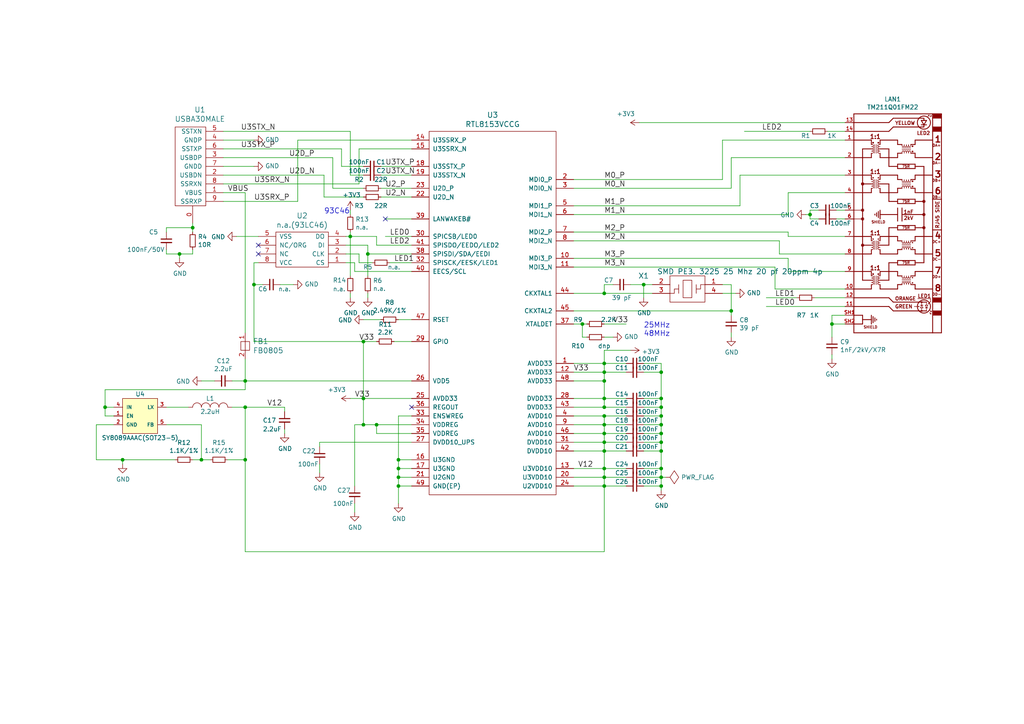
<source format=kicad_sch>
(kicad_sch (version 20230121) (generator eeschema)
  (paper "A4")
  (title_block (title "USB-GIGABIT") (date "2019-06-26") (rev "B") (company "Olimex Ltd"))
  (lib_symbols
    (symbol "USB-GIGABIT_Rev_C:+3.3V" (power) (pin_names (offset 0))
      (property "Value" "+3.3V" (at 0 3.556 0))
      (symbol "+3.3V_1_1"
        (pin power_in line (at 0 0 90) (length 0) hide (name "+3V3") (number "1"))
      )
    )
    (symbol "USB-GIGABIT_Rev_C:93LC46" (pin_names (offset 1.016))
      (property "Reference" "U" (at -1.27 6.35 0))
      (property "Value" "93LC46" (at -1.27 -6.35 0))
      (symbol "93LC46_1_1"
        (pin input line (at -12.7 3.81 0) (length 5.08) (name "CS") (number "1"))
        (pin input line (at -12.7 1.27 0) (length 5.08) (name "CLK") (number "2"))
        (pin input line (at -12.7 -1.27 0) (length 5.08) (name "DI") (number "3"))
        (pin output line (at -12.7 -3.81 0) (length 5.08) (name "DO") (number "4"))
        (pin power_in line (at 12.7 -3.81 180) (length 5.08) (name "VSS") (number "5"))
        (pin input line (at 12.7 -1.27 180) (length 5.08) (name "NC/ORG") (number "6"))
        (pin input line (at 12.7 1.27 180) (length 5.08) (name "NC") (number "7"))
        (pin power_in line (at 12.7 3.81 180) (length 5.08) (name "VCC") (number "8"))
      )
    )
    (symbol "USB-GIGABIT_Rev_C:CRYSTAL_4P" (pin_names (offset 1.016))
      (property "Reference" "X" (at 0 6.35 0))
      (property "Value" "CRYSTAL_4P" (at 0 -5.08 0))
      (symbol "CRYSTAL_4P_1_1"
        (pin input line (at -10.16 -1.27 0) (length 5.08) (name "~") (number "1"))
        (pin passive line (at 10.16 -1.27 180) (length 5.08) (name "~") (number "2"))
        (pin bidirectional line (at 10.16 1.27 180) (length 5.08) (name "~") (number "3"))
        (pin passive line (at -10.16 1.27 0) (length 5.08) (name "~") (number "4"))
      )
    )
    (symbol "USB-GIGABIT_Rev_C:C_Small" (pin_numbers hide) (pin_names (offset 0.254) hide)
      (property "Reference" "C" (at 0.254 1.778 0))
      (property "Value" "C_Small" (at 0.254 -2.032 0))
      (symbol "C_Small_1_1"
        (pin passive line (at 0 2.54 270) (length 1.905) (name "~") (number "1"))
        (pin passive line (at 0 -2.54 90) (length 2.032) (name "~") (number "2"))
      )
    )
    (symbol "USB-GIGABIT_Rev_C:FB0805" (pin_names (offset 1.016))
      (property "Reference" "FB" (at 0 2.54 0))
      (property "Value" "FB0805" (at 0 -2.54 0))
      (symbol "FB0805_1_1"
        (pin power_in line (at -3.81 0 0) (length 2.54) (name "~") (number "1"))
        (pin power_out line (at 3.81 0 180) (length 2.54) (name "~") (number "2"))
      )
    )
    (symbol "USB-GIGABIT_Rev_C:GND" (power) (pin_names (offset 0))
      (property "Value" "GND" (at 0 -3.81 0))
      (symbol "GND_1_1"
        (pin power_in line (at 0 0 270) (length 0) hide (name "GND") (number "1"))
      )
    )
    (symbol "USB-GIGABIT_Rev_C:INDUCTOR_SMALL" (pin_numbers hide) (pin_names (offset 0) hide)
      (property "Reference" "L" (at 0 2.54 0))
      (property "Value" "INDUCTOR_SMALL" (at 0 -1.27 0))
      (symbol "INDUCTOR_SMALL_1_1"
        (pin input line (at -6.35 0 0) (length 1.27) (name "1") (number "1"))
        (pin input line (at 6.35 0 180) (length 1.27) (name "2") (number "2"))
      )
    )
    (symbol "USB-GIGABIT_Rev_C:PWR_FLAG" (power) (pin_numbers hide) (pin_names (offset 0) hide)
      (property "Value" "PWR_FLAG" (at 0 4.572 0))
      (symbol "PWR_FLAG_0_0"
        (pin power_out line (at 0 0 90) (length 0) (name "pwr") (number "1"))
      )
    )
    (symbol "USB-GIGABIT_Rev_C:RTL8153VCCG" (pin_names (offset 1.016))
      (property "Reference" "U" (at -2.54 58.42 0))
      (property "Value" "RTL8153VCCG" (at 0 -55.88 0))
      (symbol "RTL8153VCCG_1_1"
        (pin power_in line (at 22.86 -13.97 180) (length 5.08) (name "AVDD33") (number "1"))
        (pin bidirectional line (at 22.86 16.51 180) (length 5.08) (name "MDI3_P") (number "10"))
        (pin bidirectional line (at 22.86 13.97 180) (length 5.08) (name "MDI3_N") (number "11"))
        (pin power_in line (at 22.86 -16.51 180) (length 5.08) (name "AVDD33") (number "12"))
        (pin power_in line (at 22.86 -44.45 180) (length 5.08) (name "U3VDD10") (number "13"))
        (pin input line (at -24.13 50.8 0) (length 5.08) (name "U3SSRX_P") (number "14"))
        (pin input line (at -24.13 48.26 0) (length 5.08) (name "U3SSRX_N") (number "15"))
        (pin power_in line (at -24.13 -41.91 0) (length 5.08) (name "U3GND") (number "16"))
        (pin power_in line (at -24.13 -44.45 0) (length 5.08) (name "U3GND") (number "17"))
        (pin output line (at -24.13 43.18 0) (length 5.08) (name "U3SSTX_P") (number "18"))
        (pin output line (at -24.13 40.64 0) (length 5.08) (name "U3SSTX_N") (number "19"))
        (pin bidirectional line (at 22.86 39.37 180) (length 5.08) (name "MDI0_P") (number "2"))
        (pin power_in line (at 22.86 -46.99 180) (length 5.08) (name "U3VDD10") (number "20"))
        (pin power_in line (at -24.13 -46.99 0) (length 5.08) (name "U2GND") (number "21"))
        (pin bidirectional line (at -24.13 34.29 0) (length 5.08) (name "U2D_N") (number "22"))
        (pin bidirectional line (at -24.13 36.83 0) (length 5.08) (name "U2D_P") (number "23"))
        (pin power_in line (at 22.86 -49.53 180) (length 5.08) (name "U2VDD10") (number "24"))
        (pin power_out line (at -24.13 -24.13 0) (length 5.08) (name "AVDD33") (number "25"))
        (pin power_in line (at -24.13 -19.05 0) (length 5.08) (name "VDD5") (number "26"))
        (pin power_out line (at -24.13 -36.83 0) (length 5.08) (name "DVDD10_UPS") (number "27"))
        (pin power_in line (at 22.86 -24.13 180) (length 5.08) (name "DVDD33") (number "28"))
        (pin bidirectional line (at -24.13 -7.62 0) (length 5.08) (name "GPIO") (number "29"))
        (pin bidirectional line (at 22.86 36.83 180) (length 5.08) (name "MDI0_N") (number "3"))
        (pin output line (at -24.13 22.86 0) (length 5.08) (name "SPICSB/LED0") (number "30"))
        (pin power_in line (at 22.86 -36.83 180) (length 5.08) (name "DVDD10") (number "31"))
        (pin output line (at -24.13 15.24 0) (length 5.08) (name "SPISCK/EESK/LED1") (number "32"))
        (pin input line (at -24.13 -29.21 0) (length 5.08) (name "ENSWREG") (number "33"))
        (pin power_in line (at -24.13 -31.75 0) (length 5.08) (name "VDDREG") (number "34"))
        (pin power_in line (at -24.13 -34.29 0) (length 5.08) (name "VDDREG") (number "35"))
        (pin power_out line (at -24.13 -26.67 0) (length 5.08) (name "REGOUT") (number "36"))
        (pin input line (at 22.86 -2.54 180) (length 5.08) (name "XTALDET") (number "37"))
        (pin output line (at -24.13 17.78 0) (length 5.08) (name "SPISDI/SDA/EEDI") (number "38"))
        (pin output line (at -24.13 27.94 0) (length 5.08) (name "LANWAKEB#") (number "39"))
        (pin power_in line (at 22.86 -29.21 180) (length 5.08) (name "AVDD10") (number "4"))
        (pin output line (at -24.13 12.7 0) (length 5.08) (name "EECS/SCL") (number "40"))
        (pin input line (at -24.13 20.32 0) (length 5.08) (name "SPISDO/EEDO/LED2") (number "41"))
        (pin power_in line (at 22.86 -39.37 180) (length 5.08) (name "DVDD10") (number "42"))
        (pin power_in line (at 22.86 -26.67 180) (length 5.08) (name "DVDD33") (number "43"))
        (pin input line (at 22.86 6.35 180) (length 5.08) (name "CKXTAL1") (number "44"))
        (pin bidirectional line (at 22.86 1.27 180) (length 5.08) (name "CKXTAL2") (number "45"))
        (pin power_in line (at 22.86 -34.29 180) (length 5.08) (name "AVDD10") (number "46"))
        (pin passive line (at -24.13 -1.27 0) (length 5.08) (name "RSET") (number "47"))
        (pin power_in line (at 22.86 -19.05 180) (length 5.08) (name "AVDD33") (number "48"))
        (pin power_in line (at -24.13 -49.53 0) (length 5.08) (name "GND(EP)") (number "49"))
        (pin bidirectional line (at 22.86 31.75 180) (length 5.08) (name "MDI1_P") (number "5"))
        (pin bidirectional line (at 22.86 29.21 180) (length 5.08) (name "MDI1_N") (number "6"))
        (pin bidirectional line (at 22.86 24.13 180) (length 5.08) (name "MDI2_P") (number "7"))
        (pin bidirectional line (at 22.86 21.59 180) (length 5.08) (name "MDI2_N") (number "8"))
        (pin power_in line (at 22.86 -31.75 180) (length 5.08) (name "AVDD10") (number "9"))
      )
    )
    (symbol "USB-GIGABIT_Rev_C:R_Small" (pin_numbers hide) (pin_names (offset 0.254) hide)
      (property "Reference" "R" (at 0.762 0.508 0))
      (property "Value" "R_Small" (at 0.762 -1.016 0))
      (symbol "R_Small_1_1"
        (pin passive line (at 0 2.54 270) (length 0.762) (name "~") (number "1"))
        (pin passive line (at 0 -2.54 90) (length 0.762) (name "~") (number "2"))
      )
    )
    (symbol "USB-GIGABIT_Rev_C:SY8009AAAC(SOT23-5)" (pin_names (offset 1.016))
      (property "Reference" "U" (at -3.81 6.35 0))
      (property "Value" "SY8009AAAC(SOT23-5)" (at -10.16 -7.62 0))
      (symbol "SY8009AAAC(SOT23-5)_1_1"
        (pin input line (at -7.62 0 0) (length 2.54) (name "EN") (number "1"))
        (pin power_in line (at -7.62 -2.54 0) (length 2.54) (name "GND") (number "2"))
        (pin output line (at 7.62 2.54 180) (length 2.54) (name "LX") (number "3"))
        (pin input line (at -7.62 2.54 0) (length 2.54) (name "IN") (number "4"))
        (pin input line (at 7.62 -2.54 180) (length 2.54) (name "FB") (number "5"))
      )
    )
    (symbol "USB-GIGABIT_Rev_C:TM211Q01FM22" (pin_names (offset 1.016) hide)
      (property "Reference" "LAN" (at -6.35 33.02 0))
      (property "Value" "TM211Q01FM22" (at 6.35 -34.29 0))
      (symbol "TM211Q01FM22_1_0"
        (text "1" (at -11.684 23.114 0) (effects (font (size 1.778 1.778) bold)))
        (text "1:1" (at 6.477 -14.224 0) (effects (font (size 1.27 1.27) bold)))
        (text "1:1" (at 6.477 -4.064 0) (effects (font (size 1.27 1.27) bold)))
        (text "1:1" (at 6.477 13.716 0) (effects (font (size 1.27 1.27) bold)))
        (text "1:1" (at 6.477 23.876 0) (effects (font (size 1.27 1.27) bold)))
        (text "1nF" (at -3.175 2.032 0) (effects (font (size 1.016 1.016) bold)))
        (text "2" (at -11.684 18.034 0) (effects (font (size 1.778 1.778) bold)))
        (text "2kV" (at -3.175 0.254 0) (effects (font (size 1.016 1.016) bold)))
        (text "3" (at -11.684 12.954 0) (effects (font (size 1.778 1.778) bold)))
        (text "4" (at -11.684 -4.826 0) (effects (font (size 1.778 1.778) bold)))
        (text "5" (at -11.684 -9.906 0) (effects (font (size 1.778 1.778) bold)))
        (text "6" (at -11.684 8.128 0) (effects (font (size 1.778 1.778) bold)))
        (text "7" (at -11.684 -14.986 0) (effects (font (size 1.778 1.778) bold)))
        (text "75R" (at -2.413 -12.7 0) (effects (font (size 0.762 0.762) bold)))
        (text "75R" (at -2.413 -2.54 0) (effects (font (size 0.762 0.762) bold)))
        (text "75R" (at -2.413 5.08 0) (effects (font (size 0.762 0.762) bold)))
        (text "75R" (at -2.413 15.24 0) (effects (font (size 0.762 0.762) bold)))
        (text "8" (at -11.684 -20.066 0) (effects (font (size 1.778 1.778) bold)))
        (text "DA+" (at -11.303 21.336 0) (effects (font (size 0.762 0.762) bold)))
        (text "DA-" (at -11.303 16.256 0) (effects (font (size 0.762 0.762) bold)))
        (text "DB+" (at -11.303 11.176 0) (effects (font (size 0.762 0.762) bold)))
        (text "DB-" (at -11.303 6.35 0) (effects (font (size 0.762 0.762) bold)))
        (text "DC+" (at -11.303 -6.604 0) (effects (font (size 0.762 0.762) bold)))
        (text "DC-" (at -11.303 -11.684 0) (effects (font (size 0.762 0.762) bold)))
        (text "DD+" (at -11.303 -16.764 0) (effects (font (size 0.762 0.762) bold)))
        (text "DD-" (at -11.303 -21.844 0) (effects (font (size 0.762 0.762) bold)))
        (text "GREEN" (at -1.778 -25.4 0) (effects (font (size 1.016 1.016) bold)))
        (text "LED1" (at -7.747 -22.352 0) (effects (font (size 1.016 1.016) bold)))
        (text "LED2" (at -7.493 24.892 0) (effects (font (size 1.016 1.016) bold)))
        (text "ORANGE" (at -2.286 -23.114 0) (effects (font (size 1.016 1.016) bold)))
        (text "RJ45 SIDE" (at -11.557 1.27 900) (effects (font (size 1.016 1.016) bold)))
        (text "SHIELD" (at 5.588 -0.889 0) (effects (font (size 0.762 0.762) bold)))
        (text "SHIELD" (at 7.874 -31.369 0) (effects (font (size 0.762 0.762) bold)))
        (text "YELLOW" (at -2.159 27.813 0) (effects (font (size 1.016 1.016) bold)))
      )
      (symbol "TM211Q01FM22_1_1"
        (pin input line (at 15.24 22.86 180) (length 2.54) (name "P1") (number "1"))
        (pin input line (at 15.24 -20.32 180) (length 2.54) (name "P10") (number "10"))
        (pin input line (at 15.24 -25.4 180) (length 2.54) (name "11") (number "11"))
        (pin input line (at 15.24 -22.86 180) (length 2.54) (name "12") (number "12"))
        (pin input line (at 15.24 27.94 180) (length 2.54) (name "13") (number "13"))
        (pin input line (at 15.24 25.4 180) (length 2.54) (name "14") (number "14"))
        (pin input line (at 15.24 17.78 180) (length 2.54) (name "P2") (number "2"))
        (pin input line (at 15.24 12.7 180) (length 2.54) (name "P3") (number "3"))
        (pin input line (at 15.24 7.62 180) (length 2.54) (name "P4") (number "4"))
        (pin input line (at 15.24 2.54 180) (length 2.54) (name "P5") (number "5"))
        (pin input line (at 15.24 0 180) (length 2.54) (name "P6") (number "6"))
        (pin input line (at 15.24 -5.08 180) (length 2.54) (name "P7") (number "7"))
        (pin input line (at 15.24 -10.16 180) (length 2.54) (name "P8") (number "8"))
        (pin input line (at 15.24 -15.24 180) (length 2.54) (name "P9") (number "9"))
        (pin input line (at 15.24 -27.94 180) (length 2.54) (name "SH1") (number "SH1"))
        (pin input line (at 15.24 -30.48 180) (length 2.54) (name "SH2") (number "SH2"))
      )
    )
    (symbol "USB-GIGABIT_Rev_C:USBA30MALE" (pin_names (offset 1.016))
      (property "Reference" "U" (at -1.27 17.78 0))
      (property "Value" "USBA30MALE" (at 0 15.24 0))
      (symbol "USBA30MALE_1_1"
        (pin bidirectional line (at 0 -13.97 90) (length 5.08) (name "~") (number "0"))
        (pin power_out line (at 8.89 -5.08 180) (length 5.08) (name "VBUS") (number "1"))
        (pin bidirectional line (at 8.89 0 180) (length 5.08) (name "USBDN") (number "2"))
        (pin bidirectional line (at 8.89 5.08 180) (length 5.08) (name "USBDP") (number "3"))
        (pin power_in line (at 8.89 10.16 180) (length 5.08) (name "GNDP") (number "4"))
        (pin bidirectional line (at 8.89 12.7 180) (length 5.08) (name "SSTXN") (number "5"))
        (pin bidirectional line (at 8.89 7.62 180) (length 5.08) (name "SSTXP") (number "6"))
        (pin power_in line (at 8.89 2.54 180) (length 5.08) (name "GNDD") (number "7"))
        (pin bidirectional line (at 8.89 -2.54 180) (length 5.08) (name "SSRXN") (number "8"))
        (pin bidirectional line (at 8.89 -7.62 180) (length 5.08) (name "SSRXP") (number "9"))
      )
    )
  )
  (junction (at 175.26 110.49))
  (junction (at 191.77 123.19))
  (junction (at 186.69 82.55))
  (junction (at 105.41 99.06))
  (junction (at 30.48 118.11))
  (junction (at 175.26 130.81))
  (junction (at 58.42 133.35))
  (junction (at 191.77 107.95))
  (junction (at 191.77 130.81))
  (junction (at 212.09 90.17))
  (junction (at 105.41 123.19))
  (junction (at 191.77 120.65))
  (junction (at 115.57 135.89))
  (junction (at 191.77 125.73))
  (junction (at 109.22 123.19))
  (junction (at 115.57 138.43))
  (junction (at 106.68 73.66))
  (junction (at 115.57 140.97))
  (junction (at 73.66 82.55))
  (junction (at 175.26 138.43))
  (junction (at 175.26 120.65))
  (junction (at 175.26 140.97))
  (junction (at 101.6 68.58))
  (junction (at 175.26 135.89))
  (junction (at 191.77 135.89))
  (junction (at 71.12 110.49))
  (junction (at 105.41 115.57))
  (junction (at 175.26 123.19))
  (junction (at 175.26 85.09))
  (junction (at 52.07 73.66))
  (junction (at 241.3 93.98))
  (junction (at 191.77 138.43))
  (junction (at 175.26 105.41))
  (junction (at 175.26 118.11))
  (junction (at 191.77 140.97))
  (junction (at 115.57 133.35))
  (junction (at 175.26 128.27))
  (junction (at 191.77 118.11))
  (junction (at 234.95 62.23))
  (junction (at 191.77 128.27))
  (junction (at 175.26 125.73))
  (junction (at 71.12 118.11))
  (junction (at 55.88 66.04))
  (junction (at 35.56 133.35))
  (junction (at 71.12 133.35))
  (junction (at 168.91 93.98))
  (junction (at 191.77 115.57))
  (junction (at 175.26 107.95))
  (junction (at 175.26 115.57))
  (no_connect (at 111.76 63.5))
  (no_connect (at 119.38 118.11))
  (no_connect (at 74.93 71.12))
  (no_connect (at 74.93 73.66))
  (wire (pts (xy 35.56 134.62) (xy 35.56 133.35)))
  (wire (pts (xy 119.38 120.65) (xy 115.57 120.65)))
  (wire (pts (xy 186.69 138.43) (xy 191.77 138.43)))
  (wire (pts (xy 102.87 123.19) (xy 105.41 123.19)))
  (wire (pts (xy 74.93 68.58) (xy 68.58 68.58)))
  (wire (pts (xy 209.55 85.09) (xy 213.36 85.09)))
  (wire (pts (xy 191.77 115.57) (xy 191.77 118.11)))
  (wire (pts (xy 48.26 73.66) (xy 48.26 72.39)))
  (wire (pts (xy 234.95 62.23) (xy 234.95 63.5)))
  (wire (pts (xy 33.02 118.11) (xy 30.48 118.11)))
  (wire (pts (xy 166.37 123.19) (xy 175.26 123.19)))
  (wire (pts (xy 101.6 68.58) (xy 101.6 80.01)))
  (wire (pts (xy 73.66 82.55) (xy 73.66 99.06)))
  (wire (pts (xy 175.26 135.89) (xy 181.61 135.89)))
  (wire (pts (xy 191.77 130.81) (xy 191.77 135.89)))
  (wire (pts (xy 191.77 120.65) (xy 186.69 120.65)))
  (wire (pts (xy 119.38 73.66) (xy 106.68 73.66)))
  (wire (pts (xy 166.37 115.57) (xy 175.26 115.57)))
  (wire (pts (xy 186.69 82.55) (xy 186.69 86.36)))
  (wire (pts (xy 104.14 53.34) (xy 64.77 53.34)))
  (wire (pts (xy 166.37 118.11) (xy 175.26 118.11)))
  (wire (pts (xy 82.55 119.38) (xy 82.55 118.11)))
  (wire (pts (xy 175.26 130.81) (xy 175.26 135.89)))
  (wire (pts (xy 106.68 71.12) (xy 106.68 73.66)))
  (wire (pts (xy 186.69 107.95) (xy 191.77 107.95)))
  (wire (pts (xy 245.11 45.72) (xy 212.09 45.72)))
  (wire (pts (xy 175.26 128.27) (xy 175.26 130.81)))
  (wire (pts (xy 175.26 93.98) (xy 181.61 93.98)))
  (wire (pts (xy 166.37 120.65) (xy 175.26 120.65)))
  (wire (pts (xy 119.38 50.8) (xy 110.49 50.8)))
  (wire (pts (xy 119.38 133.35) (xy 115.57 133.35)))
  (wire (pts (xy 30.48 118.11) (xy 30.48 120.65)))
  (wire (pts (xy 55.88 64.77) (xy 55.88 66.04)))
  (wire (pts (xy 86.36 58.42) (xy 64.77 58.42)))
  (wire (pts (xy 67.31 110.49) (xy 71.12 110.49)))
  (wire (pts (xy 234.95 63.5) (xy 237.49 63.5)))
  (wire (pts (xy 60.96 133.35) (xy 58.42 133.35)))
  (wire (pts (xy 175.26 110.49) (xy 175.26 115.57)))
  (wire (pts (xy 71.12 113.03) (xy 71.12 110.49)))
  (wire (pts (xy 104.14 43.18) (xy 119.38 43.18)))
  (wire (pts (xy 245.11 83.82) (xy 224.79 83.82)))
  (wire (pts (xy 166.37 59.69) (xy 214.63 59.69)))
  (wire (pts (xy 101.6 67.31) (xy 101.6 68.58)))
  (wire (pts (xy 102.87 78.74) (xy 102.87 76.2)))
  (wire (pts (xy 58.42 133.35) (xy 55.88 133.35)))
  (wire (pts (xy 119.38 135.89) (xy 115.57 135.89)))
  (wire (pts (xy 110.49 54.61) (xy 119.38 54.61)))
  (wire (pts (xy 175.26 125.73) (xy 175.26 128.27)))
  (wire (pts (xy 115.57 92.71) (xy 119.38 92.71)))
  (wire (pts (xy 175.26 115.57) (xy 175.26 118.11)))
  (wire (pts (xy 245.11 91.44) (xy 241.3 91.44)))
  (wire (pts (xy 175.26 85.09) (xy 189.23 85.09)))
  (wire (pts (xy 226.06 69.85) (xy 166.37 69.85)))
  (wire (pts (xy 212.09 96.52) (xy 212.09 97.79)))
  (wire (pts (xy 104.14 76.2) (xy 104.14 73.66)))
  (wire (pts (xy 114.3 99.06) (xy 119.38 99.06)))
  (wire (pts (xy 55.88 66.04) (xy 48.26 66.04)))
  (wire (pts (xy 191.77 135.89) (xy 191.77 138.43)))
  (wire (pts (xy 64.77 40.64) (xy 73.66 40.64)))
  (wire (pts (xy 96.52 45.72) (xy 96.52 54.61)))
  (wire (pts (xy 104.14 43.18) (xy 104.14 53.34)))
  (wire (pts (xy 105.41 57.15) (xy 93.98 57.15)))
  (wire (pts (xy 175.26 120.65) (xy 175.26 123.19)))
  (wire (pts (xy 228.6 68.58) (xy 245.11 68.58)))
  (wire (pts (xy 66.04 133.35) (xy 71.12 133.35)))
  (wire (pts (xy 228.6 67.31) (xy 228.6 68.58)))
  (wire (pts (xy 212.09 90.17) (xy 166.37 90.17)))
  (wire (pts (xy 215.9 38.1) (xy 234.95 38.1)))
  (wire (pts (xy 109.22 71.12) (xy 109.22 68.58)))
  (wire (pts (xy 166.37 93.98) (xy 168.91 93.98)))
  (wire (pts (xy 191.77 125.73) (xy 191.77 128.27)))
  (wire (pts (xy 119.38 138.43) (xy 115.57 138.43)))
  (wire (pts (xy 106.68 73.66) (xy 106.68 80.01)))
  (wire (pts (xy 209.55 82.55) (xy 212.09 82.55)))
  (wire (pts (xy 64.77 45.72) (xy 96.52 45.72)))
  (wire (pts (xy 241.3 93.98) (xy 241.3 97.79)))
  (wire (pts (xy 175.26 105.41) (xy 175.26 107.95)))
  (wire (pts (xy 166.37 107.95) (xy 175.26 107.95)))
  (wire (pts (xy 245.11 73.66) (xy 226.06 73.66)))
  (wire (pts (xy 119.38 125.73) (xy 109.22 125.73)))
  (wire (pts (xy 191.77 105.41) (xy 191.77 107.95)))
  (wire (pts (xy 105.41 115.57) (xy 119.38 115.57)))
  (wire (pts (xy 236.22 86.36) (xy 245.11 86.36)))
  (wire (pts (xy 30.48 113.03) (xy 71.12 113.03)))
  (wire (pts (xy 175.26 105.41) (xy 181.61 105.41)))
  (wire (pts (xy 245.11 55.88) (xy 228.6 55.88)))
  (wire (pts (xy 119.38 71.12) (xy 109.22 71.12)))
  (wire (pts (xy 234.95 60.96) (xy 234.95 62.23)))
  (wire (pts (xy 101.6 86.36) (xy 101.6 85.09)))
  (wire (pts (xy 109.22 125.73) (xy 109.22 123.19)))
  (wire (pts (xy 119.38 57.15) (xy 110.49 57.15)))
  (wire (pts (xy 73.66 76.2) (xy 73.66 82.55)))
  (wire (pts (xy 166.37 67.31) (xy 228.6 67.31)))
  (wire (pts (xy 52.07 73.66) (xy 55.88 73.66)))
  (wire (pts (xy 245.11 38.1) (xy 240.03 38.1)))
  (wire (pts (xy 191.77 118.11) (xy 191.77 120.65)))
  (wire (pts (xy 191.77 120.65) (xy 191.77 123.19)))
  (wire (pts (xy 102.87 146.05) (xy 102.87 148.59)))
  (wire (pts (xy 106.68 86.36) (xy 106.68 85.09)))
  (wire (pts (xy 166.37 52.07) (xy 209.55 52.07)))
  (wire (pts (xy 73.66 99.06) (xy 105.41 99.06)))
  (wire (pts (xy 115.57 133.35) (xy 115.57 135.89)))
  (wire (pts (xy 166.37 74.93) (xy 228.6 74.93)))
  (wire (pts (xy 105.41 99.06) (xy 109.22 99.06)))
  (wire (pts (xy 76.2 82.55) (xy 73.66 82.55)))
  (wire (pts (xy 71.12 110.49) (xy 71.12 104.14)))
  (wire (pts (xy 166.37 85.09) (xy 175.26 85.09)))
  (wire (pts (xy 119.38 40.64) (xy 86.36 40.64)))
  (wire (pts (xy 175.26 115.57) (xy 181.61 115.57)))
  (wire (pts (xy 81.28 82.55) (xy 85.09 82.55)))
  (wire (pts (xy 105.41 99.06) (xy 105.41 115.57)))
  (wire (pts (xy 175.26 125.73) (xy 181.61 125.73)))
  (wire (pts (xy 175.26 135.89) (xy 175.26 138.43)))
  (wire (pts (xy 214.63 59.69) (xy 214.63 50.8)))
  (wire (pts (xy 166.37 138.43) (xy 175.26 138.43)))
  (wire (pts (xy 241.3 91.44) (xy 241.3 93.98)))
  (wire (pts (xy 62.23 110.49) (xy 58.42 110.49)))
  (wire (pts (xy 105.41 115.57) (xy 105.41 123.19)))
  (wire (pts (xy 191.77 128.27) (xy 191.77 130.81)))
  (wire (pts (xy 92.71 128.27) (xy 119.38 128.27)))
  (wire (pts (xy 71.12 118.11) (xy 82.55 118.11)))
  (wire (pts (xy 191.77 115.57) (xy 186.69 115.57)))
  (wire (pts (xy 226.06 73.66) (xy 226.06 69.85)))
  (wire (pts (xy 209.55 40.64) (xy 245.11 40.64)))
  (wire (pts (xy 166.37 130.81) (xy 175.26 130.81)))
  (wire (pts (xy 228.6 55.88) (xy 228.6 62.23)))
  (wire (pts (xy 64.77 48.26) (xy 73.66 48.26)))
  (wire (pts (xy 119.38 140.97) (xy 115.57 140.97)))
  (wire (pts (xy 191.77 138.43) (xy 193.04 138.43)))
  (wire (pts (xy 228.6 62.23) (xy 166.37 62.23)))
  (wire (pts (xy 64.77 43.18) (xy 99.06 43.18)))
  (wire (pts (xy 168.91 97.79) (xy 168.91 93.98)))
  (wire (pts (xy 71.12 160.02) (xy 71.12 133.35)))
  (wire (pts (xy 191.77 128.27) (xy 186.69 128.27)))
  (wire (pts (xy 175.26 107.95) (xy 175.26 110.49)))
  (wire (pts (xy 175.26 101.6) (xy 175.26 105.41)))
  (wire (pts (xy 48.26 66.04) (xy 48.26 67.31)))
  (wire (pts (xy 175.26 130.81) (xy 181.61 130.81)))
  (wire (pts (xy 182.88 101.6) (xy 175.26 101.6)))
  (wire (pts (xy 55.88 73.66) (xy 55.88 72.39)))
  (wire (pts (xy 245.11 88.9) (xy 222.25 88.9)))
  (wire (pts (xy 222.25 86.36) (xy 231.14 86.36)))
  (wire (pts (xy 175.26 140.97) (xy 181.61 140.97)))
  (wire (pts (xy 109.22 68.58) (xy 101.6 68.58)))
  (wire (pts (xy 214.63 50.8) (xy 245.11 50.8)))
  (wire (pts (xy 212.09 45.72) (xy 212.09 54.61)))
  (wire (pts (xy 27.94 123.19) (xy 27.94 133.35)))
  (wire (pts (xy 101.6 62.23) (xy 101.6 60.96)))
  (wire (pts (xy 110.49 48.26) (xy 119.38 48.26)))
  (wire (pts (xy 86.36 40.64) (xy 86.36 58.42)))
  (wire (pts (xy 166.37 125.73) (xy 175.26 125.73)))
  (wire (pts (xy 175.26 138.43) (xy 181.61 138.43)))
  (wire (pts (xy 119.38 63.5) (xy 111.76 63.5)))
  (wire (pts (xy 245.11 63.5) (xy 242.57 63.5)))
  (wire (pts (xy 82.55 125.73) (xy 82.55 124.46)))
  (wire (pts (xy 110.49 92.71) (xy 105.41 92.71)))
  (wire (pts (xy 191.77 135.89) (xy 186.69 135.89)))
  (wire (pts (xy 101.6 115.57) (xy 105.41 115.57)))
  (wire (pts (xy 191.77 138.43) (xy 191.77 140.97)))
  (wire (pts (xy 175.26 128.27) (xy 181.61 128.27)))
  (wire (pts (xy 166.37 110.49) (xy 175.26 110.49)))
  (wire (pts (xy 101.6 38.1) (xy 64.77 38.1)))
  (wire (pts (xy 48.26 73.66) (xy 52.07 73.66)))
  (wire (pts (xy 104.14 76.2) (xy 107.95 76.2)))
  (wire (pts (xy 101.6 68.58) (xy 100.33 68.58)))
  (wire (pts (xy 67.31 118.11) (xy 71.12 118.11)))
  (wire (pts (xy 191.77 140.97) (xy 191.77 142.24)))
  (wire (pts (xy 30.48 118.11) (xy 30.48 113.03)))
  (wire (pts (xy 191.77 118.11) (xy 186.69 118.11)))
  (wire (pts (xy 175.26 123.19) (xy 175.26 125.73)))
  (wire (pts (xy 191.77 130.81) (xy 186.69 130.81)))
  (wire (pts (xy 105.41 123.19) (xy 109.22 123.19)))
  (wire (pts (xy 92.71 129.54) (xy 92.71 128.27)))
  (wire (pts (xy 99.06 43.18) (xy 99.06 48.26)))
  (wire (pts (xy 166.37 105.41) (xy 175.26 105.41)))
  (wire (pts (xy 102.87 76.2) (xy 100.33 76.2)))
  (wire (pts (xy 109.22 123.19) (xy 119.38 123.19)))
  (wire (pts (xy 71.12 110.49) (xy 119.38 110.49)))
  (wire (pts (xy 35.56 133.35) (xy 50.8 133.35)))
  (wire (pts (xy 191.77 125.73) (xy 186.69 125.73)))
  (wire (pts (xy 228.6 74.93) (xy 228.6 78.74)))
  (wire (pts (xy 175.26 140.97) (xy 175.26 160.02)))
  (wire (pts (xy 115.57 135.89) (xy 115.57 138.43)))
  (wire (pts (xy 175.26 82.55) (xy 175.26 85.09)))
  (wire (pts (xy 115.57 140.97) (xy 115.57 146.05)))
  (wire (pts (xy 119.38 78.74) (xy 102.87 78.74)))
  (wire (pts (xy 64.77 55.88) (xy 71.12 55.88)))
  (wire (pts (xy 186.69 82.55) (xy 189.23 82.55)))
  (wire (pts (xy 245.11 93.98) (xy 241.3 93.98)))
  (wire (pts (xy 71.12 133.35) (xy 71.12 118.11)))
  (wire (pts (xy 191.77 123.19) (xy 191.77 125.73)))
  (wire (pts (xy 185.42 35.56) (xy 245.11 35.56)))
  (wire (pts (xy 170.18 97.79) (xy 168.91 97.79)))
  (wire (pts (xy 175.26 107.95) (xy 181.61 107.95)))
  (wire (pts (xy 54.61 118.11) (xy 48.26 118.11)))
  (wire (pts (xy 212.09 90.17) (xy 212.09 91.44)))
  (wire (pts (xy 175.26 160.02) (xy 71.12 160.02)))
  (wire (pts (xy 115.57 120.65) (xy 115.57 133.35)))
  (wire (pts (xy 175.26 97.79) (xy 177.8 97.79)))
  (wire (pts (xy 242.57 60.96) (xy 245.11 60.96)))
  (wire (pts (xy 234.95 62.23) (xy 233.68 62.23)))
  (wire (pts (xy 191.77 123.19) (xy 186.69 123.19)))
  (wire (pts (xy 92.71 134.62) (xy 92.71 137.16)))
  (wire (pts (xy 93.98 57.15) (xy 93.98 50.8)))
  (wire (pts (xy 166.37 128.27) (xy 175.26 128.27)))
  (wire (pts (xy 27.94 133.35) (xy 35.56 133.35)))
  (wire (pts (xy 33.02 123.19) (xy 27.94 123.19)))
  (wire (pts (xy 119.38 68.58) (xy 111.76 68.58)))
  (wire (pts (xy 113.03 76.2) (xy 119.38 76.2)))
  (wire (pts (xy 71.12 55.88) (xy 71.12 96.52)))
  (wire (pts (xy 104.14 73.66) (xy 100.33 73.66)))
  (wire (pts (xy 241.3 102.87) (xy 241.3 104.14)))
  (wire (pts (xy 234.95 60.96) (xy 237.49 60.96)))
  (wire (pts (xy 175.26 138.43) (xy 175.26 140.97)))
  (wire (pts (xy 175.26 118.11) (xy 181.61 118.11)))
  (wire (pts (xy 224.79 83.82) (xy 224.79 77.47)))
  (wire (pts (xy 52.07 73.66) (xy 52.07 74.93)))
  (wire (pts (xy 175.26 123.19) (xy 181.61 123.19)))
  (wire (pts (xy 186.69 105.41) (xy 191.77 105.41)))
  (wire (pts (xy 209.55 52.07) (xy 209.55 40.64)))
  (wire (pts (xy 191.77 140.97) (xy 186.69 140.97)))
  (wire (pts (xy 166.37 140.97) (xy 175.26 140.97)))
  (wire (pts (xy 101.6 50.8) (xy 105.41 50.8)))
  (wire (pts (xy 177.8 82.55) (xy 175.26 82.55)))
  (wire (pts (xy 115.57 138.43) (xy 115.57 140.97)))
  (wire (pts (xy 30.48 120.65) (xy 33.02 120.65)))
  (wire (pts (xy 58.42 123.19) (xy 58.42 133.35)))
  (wire (pts (xy 74.93 76.2) (xy 73.66 76.2)))
  (wire (pts (xy 101.6 50.8) (xy 101.6 38.1)))
  (wire (pts (xy 99.06 48.26) (xy 105.41 48.26)))
  (wire (pts (xy 212.09 54.61) (xy 166.37 54.61)))
  (wire (pts (xy 224.79 77.47) (xy 166.37 77.47)))
  (wire (pts (xy 182.88 82.55) (xy 186.69 82.55)))
  (wire (pts (xy 168.91 93.98) (xy 170.18 93.98)))
  (wire (pts (xy 166.37 135.89) (xy 175.26 135.89)))
  (wire (pts (xy 191.77 107.95) (xy 191.77 115.57)))
  (wire (pts (xy 175.26 120.65) (xy 181.61 120.65)))
  (wire (pts (xy 93.98 50.8) (xy 64.77 50.8)))
  (wire (pts (xy 100.33 71.12) (xy 106.68 71.12)))
  (wire (pts (xy 212.09 82.55) (xy 212.09 90.17)))
  (wire (pts (xy 48.26 123.19) (xy 58.42 123.19)))
  (wire (pts (xy 55.88 66.04) (xy 55.88 67.31)))
  (wire (pts (xy 102.87 140.97) (xy 102.87 123.19)))
  (wire (pts (xy 228.6 78.74) (xy 245.11 78.74)))
  (wire (pts (xy 96.52 54.61) (xy 105.41 54.61)))
  (text "93C46" (at 93.98 62.23 0) (effects (font (size 1.524 1.524)) (justify left bottom)))
  (text "25MHz\n48MHz" (at 186.69 97.79 0) (effects (font (size 1.524 1.524)) (justify left bottom)))
  (label "V33" (at 102.87 115.57 0) (effects (font (size 1.524 1.524))))
  (label "VBUS" (at 66.04 55.88 0) (effects (font (size 1.524 1.524))))
  (label "M0_N" (at 175.26 54.61 0) (effects (font (size 1.524 1.524))))
  (label "LED1" (at 114.3 76.2 0) (effects (font (size 1.524 1.524))))
  (label "V12" (at 77.47 118.11 0) (effects (font (size 1.524 1.524))))
  (label "V33" (at 166.37 107.95 0) (effects (font (size 1.524 1.524))))
  (label "M3_P" (at 175.26 74.93 0) (effects (font (size 1.524 1.524))))
  (label "U3STX_P" (at 69.85 43.18 0) (effects (font (size 1.524 1.524))))
  (label "LED1" (at 224.79 86.36 0) (effects (font (size 1.524 1.524))))
  (label "U2D_P" (at 83.82 45.72 0) (effects (font (size 1.524 1.524))))
  (label "U3STX_N" (at 69.85 38.1 0) (effects (font (size 1.524 1.524))))
  (label "M1_N" (at 175.26 62.23 0) (effects (font (size 1.524 1.524))))
  (label "LED2" (at 113.03 71.12 0) (effects (font (size 1.524 1.524))))
  (label "U3SRX_N" (at 73.66 53.34 0) (effects (font (size 1.524 1.524))))
  (label "M2_P" (at 175.26 67.31 0) (effects (font (size 1.524 1.524))))
  (label "M1_P" (at 175.26 59.69 0) (effects (font (size 1.524 1.524))))
  (label "M3_N" (at 175.26 77.47 0) (effects (font (size 1.524 1.524))))
  (label "U2_N" (at 111.76 57.15 0) (effects (font (size 1.524 1.524))))
  (label "LED0" (at 113.03 68.58 0) (effects (font (size 1.524 1.524))))
  (label "U3TX_N" (at 111.76 50.8 0) (effects (font (size 1.524 1.524))))
  (label "U3TX_P" (at 111.76 48.26 0) (effects (font (size 1.524 1.524))))
  (label "V33" (at 104.14 99.06 0) (effects (font (size 1.524 1.524))))
  (label "M2_N" (at 175.26 69.85 0) (effects (font (size 1.524 1.524))))
  (label "M0_P" (at 175.26 52.07 0) (effects (font (size 1.524 1.524))))
  (label "V12" (at 167.64 135.89 0) (effects (font (size 1.524 1.524))))
  (label "U2_P" (at 111.76 54.61 0) (effects (font (size 1.524 1.524))))
  (label "U3SRX_P" (at 73.66 58.42 0) (effects (font (size 1.524 1.524))))
  (label "U2D_N" (at 83.82 50.8 0) (effects (font (size 1.524 1.524))))
  (label "LED0" (at 224.79 88.9 0) (effects (font (size 1.524 1.524))))
  (label "LED2" (at 220.98 38.1 0) (effects (font (size 1.524 1.524))))
  (label "V33" (at 177.8 93.98 0) (effects (font (size 1.524 1.524))))
  (symbol (lib_id "USB-GIGABIT_Rev_C:RTL8153VCCG") (at 143.51 91.44 0) (unit 1)
    (property "Reference" "U3" (at 142.875 33.3502 0) (effects (font (size 1.524 1.524))))
    (property "Value" "RTL8153VCCG" (at 142.875 36.0426 0) (effects (font (size 1.524 1.524))))
    (property "Footprint" "OLIMEX_IC-FP:QFN48-6x6mm-OLIMEX_V2" (effects hide))
  )
  (symbol (lib_id "USB-GIGABIT_Rev_C:TM211Q01FM22") (at 260.35 63.5 0) (mirror y) (unit 1)
    (property "Reference" "LAN1" (at 258.9276 28.7782 0))
    (property "Value" "TM211Q01FM22" (at 258.9276 31.0896 0))
    (property "Footprint" "OLIMEX_Connectors-FP:TM211Q01FM22" (effects hide))
  )
  (symbol (lib_id "USB-GIGABIT_Rev_C:C_Small") (at 241.3 100.33 0) (unit 1)
    (property "Reference" "C9" (at 243.6368 99.1616 0) (effects (justify left)))
    (property "Value" "1nF/2kV/X7R" (at 243.6368 101.473 0) (effects (justify left)))
    (property "Footprint" "OLIMEX_RLC-FP:C_1206_5MIL_DWS_ISO" (effects hide))
  )
  (symbol (lib_id "USB-GIGABIT_Rev_C:GND") (at 241.3 104.14 0) (unit 1)
    (property "Reference" "#PWR01" (effects hide))
    (property "Value" "GND" (at 241.427 108.5342 0))
  )
  (symbol (lib_id "USB-GIGABIT_Rev_C:C_Small") (at 240.03 60.96 270) (unit 1)
    (property "Reference" "C3" (at 236.22 59.69 90))
    (property "Value" "100nF" (at 243.84 59.69 90))
    (property "Footprint" "OLIMEX_RLC-FP:C_0805_5MIL_DWS" (effects hide))
  )
  (symbol (lib_id "USB-GIGABIT_Rev_C:C_Small") (at 240.03 63.5 270) (unit 1)
    (property "Reference" "C4" (at 236.22 64.77 90))
    (property "Value" "100nF" (at 243.84 64.77 90))
    (property "Footprint" "OLIMEX_RLC-FP:C_0805_5MIL_DWS" (effects hide))
  )
  (symbol (lib_id "USB-GIGABIT_Rev_C:GND") (at 233.68 62.23 270) (unit 1)
    (property "Reference" "#PWR02" (effects hide))
    (property "Value" "GND" (at 230.4288 62.357 90) (effects (justify right)))
  )
  (symbol (lib_id "USB-GIGABIT_Rev_C:R_Small") (at 237.49 38.1 270) (unit 1)
    (property "Reference" "R1" (at 233.68 39.37 90))
    (property "Value" "1K" (at 241.3 39.37 90))
    (property "Footprint" "OLIMEX_RLC-FP:R_0603_5MIL_DWS" (effects hide))
  )
  (symbol (lib_id "USB-GIGABIT_Rev_C:R_Small") (at 233.68 86.36 270) (unit 1)
    (property "Reference" "R7" (at 232.41 91.44 90))
    (property "Value" "1K" (at 236.22 91.44 90))
    (property "Footprint" "OLIMEX_RLC-FP:R_0603_5MIL_DWS" (effects hide))
  )
  (symbol (lib_id "USB-GIGABIT_Rev_C:R_Small") (at 55.88 69.85 0) (unit 1)
    (property "Reference" "R4" (at 57.3786 68.6816 0) (effects (justify left)))
    (property "Value" "10R" (at 57.3786 70.993 0) (effects (justify left)))
    (property "Footprint" "OLIMEX_RLC-FP:R_0805_5MIL_DWS" (effects hide))
  )
  (symbol (lib_id "USB-GIGABIT_Rev_C:C_Small") (at 48.26 69.85 0) (unit 1)
    (property "Reference" "C5" (at 43.18 67.31 0) (effects (justify left)))
    (property "Value" "100nF/50V" (at 36.83 72.39 0) (effects (justify left)))
    (property "Footprint" "OLIMEX_RLC-FP:C_0805_5MIL_DWS" (effects hide))
  )
  (symbol (lib_id "USB-GIGABIT_Rev_C:GND") (at 52.07 74.93 0) (unit 1)
    (property "Reference" "#PWR04" (effects hide))
    (property "Value" "GND" (at 52.197 79.3242 0))
  )
  (symbol (lib_id "USB-GIGABIT_Rev_C:R_Small") (at 107.95 57.15 270) (unit 1)
    (property "Reference" "R3" (at 104.14 59.69 90))
    (property "Value" "22R" (at 110.49 59.69 90))
    (property "Footprint" "OLIMEX_RLC-FP:R_0402_5MIL_DWS" (effects hide))
  )
  (symbol (lib_id "USB-GIGABIT_Rev_C:R_Small") (at 107.95 54.61 270) (unit 1)
    (property "Reference" "R2" (at 104.14 52.07 90))
    (property "Value" "22R" (at 110.49 52.07 90))
    (property "Footprint" "OLIMEX_RLC-FP:R_0402_5MIL_DWS" (effects hide))
  )
  (symbol (lib_id "USB-GIGABIT_Rev_C:GND") (at 73.66 40.64 90) (unit 1)
    (property "Reference" "#PWR05" (effects hide))
    (property "Value" "GND" (at 76.9112 40.513 90) (effects (justify right)))
  )
  (symbol (lib_id "USB-GIGABIT_Rev_C:GND") (at 73.66 48.26 90) (unit 1)
    (property "Reference" "#PWR06" (effects hide))
    (property "Value" "GND" (at 76.9112 48.133 90) (effects (justify right)))
  )
  (symbol (lib_id "USB-GIGABIT_Rev_C:GND") (at 115.57 146.05 0) (unit 1)
    (property "Reference" "#PWR07" (effects hide))
    (property "Value" "GND" (at 115.697 150.4442 0))
  )
  (symbol (lib_id "USB-GIGABIT_Rev_C:C_Small") (at 107.95 48.26 270) (unit 1)
    (property "Reference" "C1" (at 110.49 46.99 90))
    (property "Value" "100nF" (at 104.14 46.99 90))
    (property "Footprint" "OLIMEX_RLC-FP:C_0402_5MIL_DWS" (effects hide))
  )
  (symbol (lib_id "USB-GIGABIT_Rev_C:C_Small") (at 107.95 50.8 270) (unit 1)
    (property "Reference" "C2" (at 110.49 49.53 90))
    (property "Value" "100nF" (at 104.14 49.53 90))
    (property "Footprint" "OLIMEX_RLC-FP:C_0402_5MIL_DWS" (effects hide))
  )
  (symbol (lib_id "USB-GIGABIT_Rev_C:C_Small") (at 82.55 121.92 0) (unit 1)
    (property "Reference" "C17" (at 76.2 121.92 0) (effects (justify left)))
    (property "Value" "2.2uF" (at 76.2 124.46 0) (effects (justify left)))
    (property "Footprint" "OLIMEX_RLC-FP:C_0603_5MIL_DWS" (effects hide))
  )
  (symbol (lib_id "USB-GIGABIT_Rev_C:GND") (at 82.55 125.73 0) (unit 1)
    (property "Reference" "#PWR08" (effects hide))
    (property "Value" "GND" (at 82.677 130.1242 0))
  )
  (symbol (lib_id "USB-GIGABIT_Rev_C:R_Small") (at 113.03 92.71 270) (unit 1)
    (property "Reference" "R8" (at 113.03 87.7316 90))
    (property "Value" "2.49K/1%" (at 113.03 90.043 90))
    (property "Footprint" "OLIMEX_RLC-FP:R_0603_5MIL_DWS" (effects hide))
  )
  (symbol (lib_id "USB-GIGABIT_Rev_C:GND") (at 105.41 92.71 270) (unit 1)
    (property "Reference" "#PWR09" (effects hide))
    (property "Value" "GND" (at 102.1588 92.837 90) (effects (justify right)))
  )
  (symbol (lib_id "USB-GIGABIT_Rev_C:C_Small") (at 92.71 132.08 0) (unit 1)
    (property "Reference" "C22" (at 87.63 130.81 0) (effects (justify left)))
    (property "Value" "100nF" (at 86.36 134.62 0) (effects (justify left)))
    (property "Footprint" "OLIMEX_RLC-FP:C_0402_5MIL_DWS" (effects hide))
  )
  (symbol (lib_id "USB-GIGABIT_Rev_C:GND") (at 92.71 137.16 0) (unit 1)
    (property "Reference" "#PWR010" (effects hide))
    (property "Value" "GND" (at 92.837 141.5542 0))
  )
  (symbol (lib_id "USB-GIGABIT_Rev_C:R_Small") (at 111.76 99.06 270) (unit 1)
    (property "Reference" "R11" (at 111.76 94.0816 90))
    (property "Value" "2.2K" (at 111.76 96.393 90))
    (property "Footprint" "OLIMEX_RLC-FP:R_0402_5MIL_DWS" (effects hide))
  )
  (symbol (lib_id "USB-GIGABIT_Rev_C:C_Small") (at 184.15 105.41 270) (unit 1)
    (property "Reference" "C10" (at 180.34 104.14 90))
    (property "Value" "100nF" (at 187.96 104.14 90))
    (property "Footprint" "OLIMEX_RLC-FP:C_0402_5MIL_DWS" (effects hide))
  )
  (symbol (lib_id "USB-GIGABIT_Rev_C:C_Small") (at 184.15 107.95 270) (unit 1)
    (property "Reference" "C11" (at 180.34 106.68 90))
    (property "Value" "100nF" (at 187.96 106.68 90))
    (property "Footprint" "OLIMEX_RLC-FP:C_0402_5MIL_DWS" (effects hide))
  )
  (symbol (lib_id "USB-GIGABIT_Rev_C:C_Small") (at 184.15 115.57 270) (unit 1)
    (property "Reference" "C14" (at 180.34 114.3 90))
    (property "Value" "100nF" (at 187.96 114.3 90))
    (property "Footprint" "OLIMEX_RLC-FP:C_0402_5MIL_DWS" (effects hide))
  )
  (symbol (lib_id "USB-GIGABIT_Rev_C:C_Small") (at 184.15 118.11 270) (unit 1)
    (property "Reference" "C15" (at 180.34 116.84 90))
    (property "Value" "100nF" (at 187.96 116.84 90))
    (property "Footprint" "OLIMEX_RLC-FP:C_0402_5MIL_DWS" (effects hide))
  )
  (symbol (lib_id "USB-GIGABIT_Rev_C:C_Small") (at 184.15 120.65 270) (unit 1)
    (property "Reference" "C16" (at 180.34 119.38 90))
    (property "Value" "100nF" (at 187.96 119.38 90))
    (property "Footprint" "OLIMEX_RLC-FP:C_0402_5MIL_DWS" (effects hide))
  )
  (symbol (lib_id "USB-GIGABIT_Rev_C:C_Small") (at 184.15 123.19 270) (unit 1)
    (property "Reference" "C18" (at 180.34 121.92 90))
    (property "Value" "100nF" (at 187.96 121.92 90))
    (property "Footprint" "OLIMEX_RLC-FP:C_0402_5MIL_DWS" (effects hide))
  )
  (symbol (lib_id "USB-GIGABIT_Rev_C:C_Small") (at 184.15 125.73 270) (unit 1)
    (property "Reference" "C19" (at 180.34 124.46 90))
    (property "Value" "100nF" (at 187.96 124.46 90))
    (property "Footprint" "OLIMEX_RLC-FP:C_0402_5MIL_DWS" (effects hide))
  )
  (symbol (lib_id "USB-GIGABIT_Rev_C:C_Small") (at 184.15 135.89 270) (unit 1)
    (property "Reference" "C24" (at 180.34 134.62 90))
    (property "Value" "100nF" (at 187.96 134.62 90))
    (property "Footprint" "OLIMEX_RLC-FP:C_0402_5MIL_DWS" (effects hide))
  )
  (symbol (lib_id "USB-GIGABIT_Rev_C:C_Small") (at 184.15 138.43 270) (unit 1)
    (property "Reference" "C25" (at 180.34 137.16 90))
    (property "Value" "100nF" (at 187.96 137.16 90))
    (property "Footprint" "OLIMEX_RLC-FP:C_0402_5MIL_DWS" (effects hide))
  )
  (symbol (lib_id "USB-GIGABIT_Rev_C:C_Small") (at 184.15 140.97 270) (unit 1)
    (property "Reference" "C26" (at 180.34 139.7 90))
    (property "Value" "100nF" (at 187.96 139.7 90))
    (property "Footprint" "OLIMEX_RLC-FP:C_0402_5MIL_DWS" (effects hide))
  )
  (symbol (lib_id "USB-GIGABIT_Rev_C:C_Small") (at 184.15 128.27 270) (unit 1)
    (property "Reference" "C20" (at 180.34 127 90))
    (property "Value" "100nF" (at 187.96 127 90))
    (property "Footprint" "OLIMEX_RLC-FP:C_0402_5MIL_DWS" (effects hide))
  )
  (symbol (lib_id "USB-GIGABIT_Rev_C:C_Small") (at 184.15 130.81 270) (unit 1)
    (property "Reference" "C21" (at 180.34 129.54 90))
    (property "Value" "100nF" (at 187.96 129.54 90))
    (property "Footprint" "OLIMEX_RLC-FP:C_0402_5MIL_DWS" (effects hide))
  )
  (symbol (lib_id "USB-GIGABIT_Rev_C:GND") (at 191.77 142.24 0) (unit 1)
    (property "Reference" "#PWR011" (effects hide))
    (property "Value" "GND" (at 191.897 146.6342 0))
  )
  (symbol (lib_id "USB-GIGABIT_Rev_C:FB0805") (at 71.12 100.33 270) (unit 1)
    (property "Reference" "FB1" (at 73.3552 98.9838 90) (effects (font (size 1.524 1.524)) (justify left)))
    (property "Value" "FB0805" (at 73.3552 101.6762 90) (effects (font (size 1.524 1.524)) (justify left)))
    (property "Footprint" "OLIMEX_RLC-FP:L_0805_5MIL_DWS" (effects hide))
  )
  (symbol (lib_id "USB-GIGABIT_Rev_C:C_Small") (at 64.77 110.49 270) (unit 1)
    (property "Reference" "C12" (at 64.77 104.6734 90))
    (property "Value" "2.2uF" (at 64.77 106.9848 90))
    (property "Footprint" "OLIMEX_RLC-FP:C_0603_5MIL_DWS" (effects hide))
  )
  (symbol (lib_id "USB-GIGABIT_Rev_C:GND") (at 58.42 110.49 270) (unit 1)
    (property "Reference" "#PWR012" (effects hide))
    (property "Value" "GND" (at 55.1688 110.617 90) (effects (justify right)))
  )
  (symbol (lib_id "USB-GIGABIT_Rev_C:93LC46") (at 87.63 72.39 180) (unit 1)
    (property "Reference" "U2" (at 87.63 62.5602 0) (effects (font (size 1.524 1.524))))
    (property "Value" "n.a.(93LC46)" (at 87.63 65.2526 0) (effects (font (size 1.524 1.524))))
    (property "Footprint" "OLIMEX_IC-FP:SO-8" (effects hide))
  )
  (symbol (lib_id "USB-GIGABIT_Rev_C:R_Small") (at 106.68 82.55 0) (unit 1)
    (property "Reference" "R6" (at 108.1786 81.3816 0) (effects (justify left)))
    (property "Value" "n.a." (at 108.1786 83.693 0) (effects (justify left)))
    (property "Footprint" "OLIMEX_RLC-FP:R_0402_5MIL_DWS" (effects hide))
  )
  (symbol (lib_id "USB-GIGABIT_Rev_C:GND") (at 106.68 86.36 0) (unit 1)
    (property "Reference" "#PWR013" (effects hide))
    (property "Value" "GND" (at 106.807 90.7542 0))
  )
  (symbol (lib_id "USB-GIGABIT_Rev_C:R_Small") (at 110.49 76.2 270) (unit 1)
    (property "Reference" "R5" (at 106.68 77.47 90))
    (property "Value" "n.a." (at 114.3 77.47 90))
    (property "Footprint" "OLIMEX_RLC-FP:R_0402_5MIL_DWS" (effects hide))
  )
  (symbol (lib_id "USB-GIGABIT_Rev_C:GND") (at 68.58 68.58 270) (unit 1)
    (property "Reference" "#PWR014" (effects hide))
    (property "Value" "GND" (at 65.3288 68.707 90) (effects (justify right)))
  )
  (symbol (lib_id "USB-GIGABIT_Rev_C:C_Small") (at 78.74 82.55 270) (unit 1)
    (property "Reference" "C6" (at 76.2 83.82 90))
    (property "Value" "n.a." (at 82.55 83.82 90))
    (property "Footprint" "OLIMEX_RLC-FP:C_0402_5MIL_DWS" (effects hide))
  )
  (symbol (lib_id "USB-GIGABIT_Rev_C:GND") (at 85.09 82.55 90) (unit 1)
    (property "Reference" "#PWR015" (effects hide))
    (property "Value" "GND" (at 88.3412 82.423 90) (effects (justify right)))
  )
  (symbol (lib_id "USB-GIGABIT_Rev_C:R_Small") (at 172.72 93.98 270) (unit 1)
    (property "Reference" "R9" (at 167.64 92.71 90))
    (property "Value" "2.2K" (at 176.53 92.71 90))
    (property "Footprint" "OLIMEX_RLC-FP:R_0402_5MIL_DWS" (effects hide))
  )
  (symbol (lib_id "USB-GIGABIT_Rev_C:R_Small") (at 172.72 97.79 270) (unit 1)
    (property "Reference" "R10" (at 167.64 100.33 90))
    (property "Value" "dnp" (at 175.26 100.33 90))
    (property "Footprint" "OLIMEX_RLC-FP:R_0402_5MIL_DWS" (effects hide))
  )
  (symbol (lib_id "USB-GIGABIT_Rev_C:GND") (at 177.8 97.79 90) (unit 1)
    (property "Reference" "#PWR016" (effects hide))
    (property "Value" "GND" (at 181.0512 97.663 90) (effects (justify right)))
  )
  (symbol (lib_id "USB-GIGABIT_Rev_C:CRYSTAL_4P") (at 199.39 83.82 180) (unit 1)
    (property "Reference" "X1" (at 186.69 80.01 0) (effects (font (size 1.524 1.524))))
    (property "Value" "SMD РЕЗ. 3225 25 Mhz 20 pf 20ppm 4p" (at 214.63 78.74 0) (effects (font (size 1.524 1.524))))
    (property "Footprint" "OLIMEX_Crystal-FP:TSX-3.2x2.5mm_GND(4)" (effects hide))
  )
  (symbol (lib_id "USB-GIGABIT_Rev_C:C_Small") (at 180.34 82.55 270) (unit 1)
    (property "Reference" "C7" (at 176.53 81.28 90))
    (property "Value" "39 pF" (at 180.34 86.36 90))
    (property "Footprint" "OLIMEX_RLC-FP:C_0402_5MIL_DWS" (effects hide))
  )
  (symbol (lib_id "USB-GIGABIT_Rev_C:GND") (at 186.69 86.36 0) (unit 1)
    (property "Reference" "#PWR017" (effects hide))
    (property "Value" "GND" (at 186.817 90.7542 0))
  )
  (symbol (lib_id "USB-GIGABIT_Rev_C:GND") (at 213.36 85.09 90) (unit 1)
    (property "Reference" "#PWR018" (effects hide))
    (property "Value" "GND" (at 216.6112 84.963 90) (effects (justify right)))
  )
  (symbol (lib_id "USB-GIGABIT_Rev_C:C_Small") (at 212.09 93.98 0) (unit 1)
    (property "Reference" "C8" (at 214.4268 92.8116 0) (effects (justify left)))
    (property "Value" "39 pF" (at 214.4268 95.123 0) (effects (justify left)))
    (property "Footprint" "OLIMEX_RLC-FP:C_0402_5MIL_DWS" (effects hide))
  )
  (symbol (lib_id "USB-GIGABIT_Rev_C:GND") (at 212.09 97.79 0) (unit 1)
    (property "Reference" "#PWR019" (effects hide))
    (property "Value" "GND" (at 212.217 102.1842 0))
  )
  (symbol (lib_id "USB-GIGABIT_Rev_C:R_Small") (at 101.6 64.77 0) (unit 1)
    (property "Reference" "R13" (at 103.0986 63.6016 0) (effects (justify left)))
    (property "Value" "n.a." (at 103.0986 65.913 0) (effects (justify left)))
    (property "Footprint" "OLIMEX_RLC-FP:R_0402_5MIL_DWS" (effects hide))
  )
  (symbol (lib_id "USB-GIGABIT_Rev_C:+3.3V") (at 101.6 60.96 0) (unit 1)
    (property "Reference" "#PWR021" (effects hide))
    (property "Value" "+3.3V" (at 101.981 56.5658 0))
  )
  (symbol (lib_id "USB-GIGABIT_Rev_C:R_Small") (at 101.6 82.55 0) (unit 1)
    (property "Reference" "R14" (at 96.52 81.28 0) (effects (justify left)))
    (property "Value" "n.a." (at 96.52 83.82 0) (effects (justify left)))
    (property "Footprint" "OLIMEX_RLC-FP:R_0402_5MIL_DWS" (effects hide))
  )
  (symbol (lib_id "USB-GIGABIT_Rev_C:GND") (at 101.6 86.36 0) (unit 1)
    (property "Reference" "#PWR022" (effects hide))
    (property "Value" "GND" (at 101.727 90.7542 0))
  )
  (symbol (lib_id "USB-GIGABIT_Rev_C:+3.3V") (at 101.6 115.57 90) (unit 1)
    (property "Reference" "#PWR023" (effects hide))
    (property "Value" "+3.3V" (at 100.33 113.03 90) (effects (justify left)))
  )
  (symbol (lib_id "USB-GIGABIT_Rev_C:PWR_FLAG") (at 193.04 138.43 270) (unit 1)
    (property "Reference" "#FLG025" (effects hide))
    (property "Value" "PWR_FLAG" (at 197.5612 138.43 90) (effects (justify left)))
  )
  (symbol (lib_id "USB-GIGABIT_Rev_C:C_Small") (at 102.87 143.51 0) (unit 1)
    (property "Reference" "C27" (at 97.79 142.24 0) (effects (justify left)))
    (property "Value" "100nF" (at 96.52 146.05 0) (effects (justify left)))
    (property "Footprint" "OLIMEX_RLC-FP:C_0402_5MIL_DWS" (effects hide))
  )
  (symbol (lib_id "USB-GIGABIT_Rev_C:GND") (at 102.87 148.59 0) (unit 1)
    (property "Reference" "#PWR026" (effects hide))
    (property "Value" "GND" (at 102.997 152.9842 0))
  )
  (symbol (lib_id "USB-GIGABIT_Rev_C:+3.3V") (at 182.88 101.6 270) (unit 1)
    (property "Reference" "#PWR0101" (effects hide))
    (property "Value" "+3.3V" (at 186.1312 101.981 90) (effects (justify left)))
  )
  (symbol (lib_id "USB-GIGABIT_Rev_C:INDUCTOR_SMALL") (at 60.96 118.11 0) (unit 1)
    (property "Reference" "L1" (at 60.96 115.57 0))
    (property "Value" "2.2uH" (at 60.96 119.38 0))
    (property "Footprint" "OLIMEX_RLC-FP:CD32" (effects hide))
  )
  (symbol (lib_id "USB-GIGABIT_Rev_C:SY8009AAAC(SOT23-5)") (at 40.64 120.65 0) (unit 1)
    (property "Reference" "U4" (at 40.64 114.3 0))
    (property "Value" "SY8089AAAC(SOT23-5)" (at 40.64 127 0))
    (property "Footprint" "OLIMEX_IC-FP:SOT-23-5" (effects hide))
  )
  (symbol (lib_id "USB-GIGABIT_Rev_C:USBA30MALE") (at 55.88 50.8 0) (unit 1)
    (property "Reference" "U1" (at 57.9882 31.8262 0) (effects (font (size 1.524 1.524))))
    (property "Value" "USBA30MALE" (at 57.9882 34.5186 0) (effects (font (size 1.524 1.524))))
  )
  (symbol (lib_id "USB-GIGABIT_Rev_C:GND") (at 35.56 134.62 0) (unit 1)
    (property "Reference" "#PWR0102" (effects hide))
    (property "Value" "GND" (at 35.687 139.0142 0))
  )
  (symbol (lib_id "USB-GIGABIT_Rev_C:R_Small") (at 63.5 133.35 270) (unit 1)
    (property "Reference" "R15" (at 63.5 128.3716 90))
    (property "Value" "1.1K/1%" (at 63.5 130.683 90))
    (property "Footprint" "OLIMEX_RLC-FP:R_0603_5MIL_DWS" (effects hide))
  )
  (symbol (lib_id "USB-GIGABIT_Rev_C:R_Small") (at 53.34 133.35 270) (unit 1)
    (property "Reference" "R12" (at 53.34 128.3716 90))
    (property "Value" "1.1K/1%" (at 53.34 130.683 90))
    (property "Footprint" "OLIMEX_RLC-FP:R_0603_5MIL_DWS" (effects hide))
  )
  (symbol (lib_id "USB-GIGABIT_Rev_C:+3.3V") (at 185.42 35.56 90) (unit 1)
    (property "Reference" "#PWR0103" (effects hide))
    (property "Value" "+3.3V" (at 184.15 33.02 90) (effects (justify left)))
  )
)
</source>
